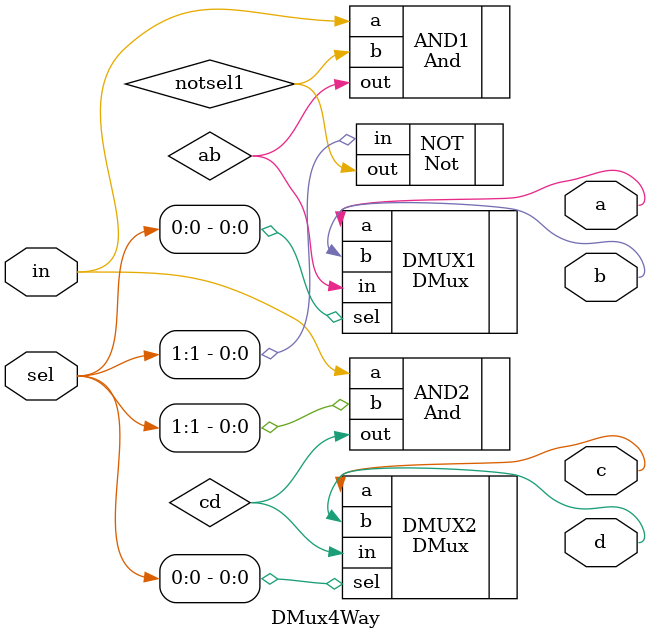
<source format=v>
/**
 * 4-way demultiplexor:
 * {a, b, c, d} = {in, 0, 0, 0} if sel == 00
 *                {0, in, 0, 0} if sel == 01
 *                {0, 0, in, 0} if sel == 10
 *                {0, 0, 0, in} if sel == 11
 */

`default_nettype none
module DMux4Way(
	input in,
	input [1:0] sel,
  output a,
	output b,
	output c,
	output d
);

  wire notsel1;
  Not NOT(.in(sel[1]), .out(notsel1));

  wire ab;
  And AND1(.a(in), .b(notsel1), .out(ab));
  DMux DMUX1(.in(ab), .sel(sel[0]), .a(a), .b(b));

  wire cd;
  And AND2(.a(in), .b(sel[1]), .out(cd));
  DMux DMUX2(.in(cd), .sel(sel[0]), .a(c), .b(d));

endmodule

</source>
